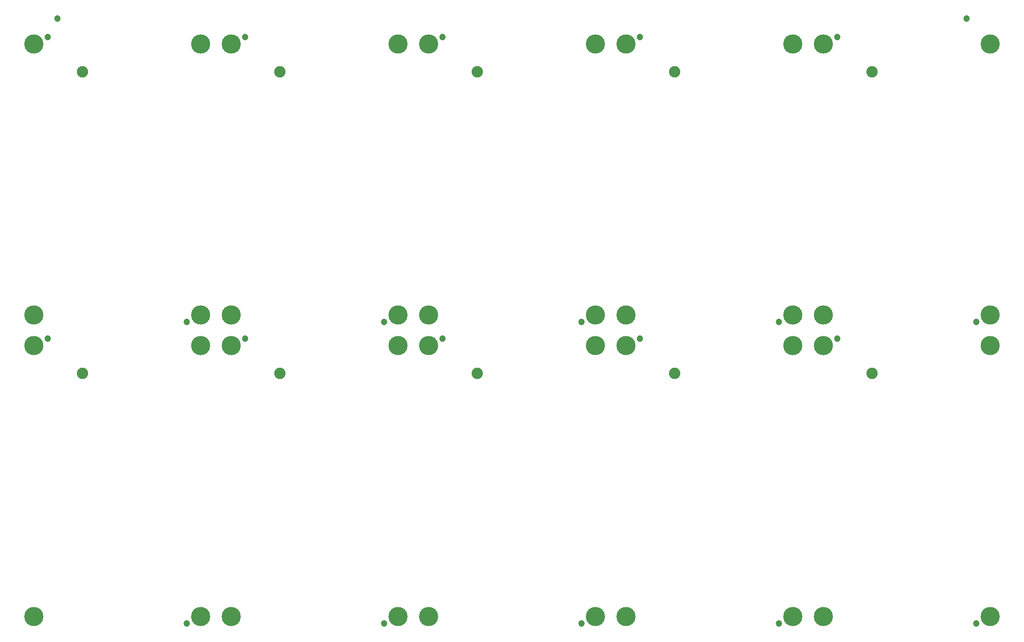
<source format=gbs>
G04 EAGLE Gerber RS-274X export*
G75*
%MOMM*%
%FSLAX34Y34*%
%LPD*%
%INSoldermask Bottom*%
%IPPOS*%
%AMOC8*
5,1,8,0,0,1.08239X$1,22.5*%
G01*
%ADD10C,2.082800*%
%ADD11C,3.505200*%
%ADD12C,1.203200*%


D10*
X114301Y469892D03*
D11*
X25400Y25400D03*
X25400Y520700D03*
X330200Y520700D03*
X330200Y25400D03*
D12*
X304800Y12700D03*
X50800Y533400D03*
D10*
X474981Y469892D03*
D11*
X386080Y25400D03*
X386080Y520700D03*
X690880Y520700D03*
X690880Y25400D03*
D12*
X665480Y12700D03*
X411480Y533400D03*
D10*
X835661Y469892D03*
D11*
X746760Y25400D03*
X746760Y520700D03*
X1051560Y520700D03*
X1051560Y25400D03*
D12*
X1026160Y12700D03*
X772160Y533400D03*
D10*
X1196341Y469892D03*
D11*
X1107440Y25400D03*
X1107440Y520700D03*
X1412240Y520700D03*
X1412240Y25400D03*
D12*
X1386840Y12700D03*
X1132840Y533400D03*
D10*
X1557021Y469892D03*
D11*
X1468120Y25400D03*
X1468120Y520700D03*
X1772920Y520700D03*
X1772920Y25400D03*
D12*
X1747520Y12700D03*
X1493520Y533400D03*
D10*
X114301Y1021072D03*
D11*
X25400Y576580D03*
X25400Y1071880D03*
X330200Y1071880D03*
X330200Y576580D03*
D12*
X304800Y563880D03*
X50800Y1084580D03*
D10*
X474981Y1021072D03*
D11*
X386080Y576580D03*
X386080Y1071880D03*
X690880Y1071880D03*
X690880Y576580D03*
D12*
X665480Y563880D03*
X411480Y1084580D03*
D10*
X835661Y1021072D03*
D11*
X746760Y576580D03*
X746760Y1071880D03*
X1051560Y1071880D03*
X1051560Y576580D03*
D12*
X1026160Y563880D03*
X772160Y1084580D03*
D10*
X1196341Y1021072D03*
D11*
X1107440Y576580D03*
X1107440Y1071880D03*
X1412240Y1071880D03*
X1412240Y576580D03*
D12*
X1386840Y563880D03*
X1132840Y1084580D03*
D10*
X1557021Y1021072D03*
D11*
X1468120Y576580D03*
X1468120Y1071880D03*
X1772920Y1071880D03*
X1772920Y576580D03*
D12*
X1747520Y563880D03*
X1493520Y1084580D03*
X68580Y1118235D03*
X1729105Y1118235D03*
M02*

</source>
